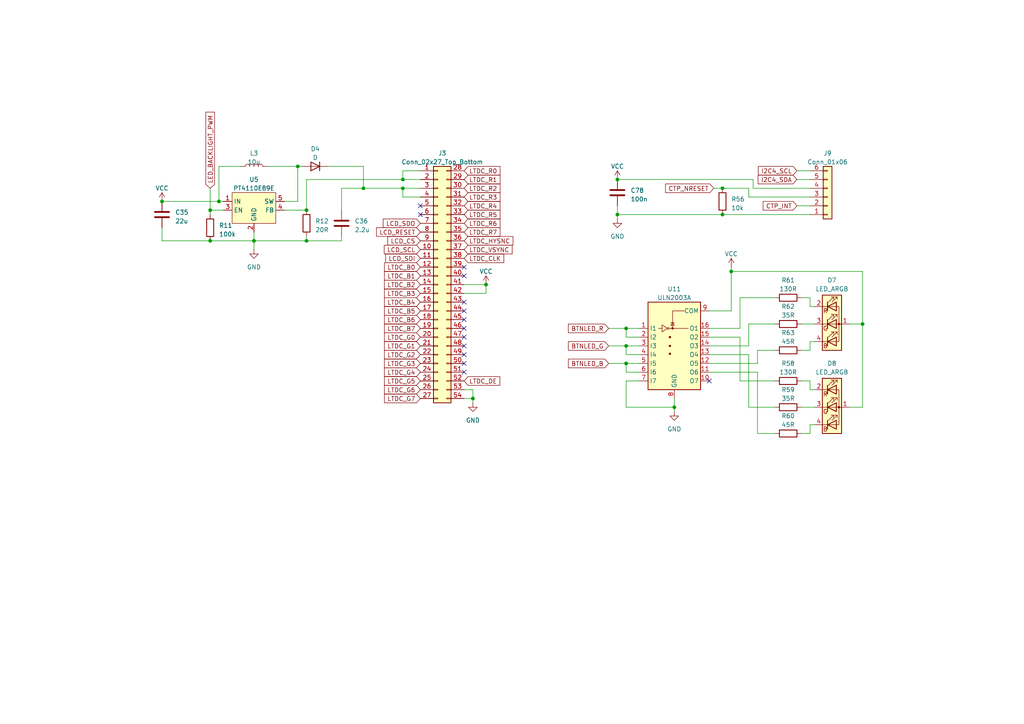
<source format=kicad_sch>
(kicad_sch (version 20231120) (generator "eeschema") (generator_version "8.0")
  (paper "A4")
  (lib_symbols
    (symbol "Connector_Generic:Conn_01x06" (pin_names (offset 1.016) hide)
      (property "Reference" "J" (at 0 7.62 0))
      (property "Value" "Conn_01x06" (at 0 -10.16 0))
      (symbol "Conn_01x06_1_1"
        (rectangle (start -1.27 -7.493) (end 0 -7.747) (stroke (width 0.1524)))
        (rectangle (start -1.27 -4.953) (end 0 -5.207) (stroke (width 0.1524)))
        (rectangle (start -1.27 -2.413) (end 0 -2.667) (stroke (width 0.1524)))
        (rectangle (start -1.27 0.127) (end 0 -0.127) (stroke (width 0.1524)))
        (rectangle (start -1.27 2.667) (end 0 2.413) (stroke (width 0.1524)))
        (rectangle (start -1.27 5.207) (end 0 4.953) (stroke (width 0.1524)))
        (rectangle (start -1.27 6.35) (end 1.27 -8.89) (stroke (width 0.254)) (fill (type background)))
        (pin passive line (at -5.08 5.08 0) (length 3.81) (name "Pin_1") (number "1"))
        (pin passive line (at -5.08 2.54 0) (length 3.81) (name "Pin_2") (number "2"))
        (pin passive line (at -5.08 0 0) (length 3.81) (name "Pin_3") (number "3"))
        (pin passive line (at -5.08 -2.54 0) (length 3.81) (name "Pin_4") (number "4"))
        (pin passive line (at -5.08 -5.08 0) (length 3.81) (name "Pin_5") (number "5"))
        (pin passive line (at -5.08 -7.62 0) (length 3.81) (name "Pin_6") (number "6"))
      )
    )
    (symbol "Connector_Generic:Conn_02x27_Top_Bottom" (pin_names (offset 1.016) hide)
      (property "Reference" "J" (at 1.27 35.56 0))
      (property "Value" "Conn_02x27_Top_Bottom" (at 1.27 -35.56 0))
      (symbol "Conn_02x27_Top_Bottom_1_1"
        (rectangle (start -1.27 -32.893) (end 0 -33.147) (stroke (width 0.1524)))
        (rectangle (start -1.27 -30.353) (end 0 -30.607) (stroke (width 0.1524)))
        (rectangle (start -1.27 -27.813) (end 0 -28.067) (stroke (width 0.1524)))
        (rectangle (start -1.27 -25.273) (end 0 -25.527) (stroke (width 0.1524)))
        (rectangle (start -1.27 -22.733) (end 0 -22.987) (stroke (width 0.1524)))
        (rectangle (start -1.27 -20.193) (end 0 -20.447) (stroke (width 0.1524)))
        (rectangle (start -1.27 -17.653) (end 0 -17.907) (stroke (width 0.1524)))
        (rectangle (start -1.27 -15.113) (end 0 -15.367) (stroke (width 0.1524)))
        (rectangle (start -1.27 -12.573) (end 0 -12.827) (stroke (width 0.1524)))
        (rectangle (start -1.27 -10.033) (end 0 -10.287) (stroke (width 0.1524)))
        (rectangle (start -1.27 -7.493) (end 0 -7.747) (stroke (width 0.1524)))
        (rectangle (start -1.27 -4.953) (end 0 -5.207) (stroke (width 0.1524)))
        (rectangle (start -1.27 -2.413) (end 0 -2.667) (stroke (width 0.1524)))
        (rectangle (start -1.27 0.127) (end 0 -0.127) (stroke (width 0.1524)))
        (rectangle (start -1.27 2.667) (end 0 2.413) (stroke (width 0.1524)))
        (rectangle (start -1.27 5.207) (end 0 4.953) (stroke (width 0.1524)))
        (rectangle (start -1.27 7.747) (end 0 7.493) (stroke (width 0.1524)))
        (rectangle (start -1.27 10.287) (end 0 10.033) (stroke (width 0.1524)))
        (rectangle (start -1.27 12.827) (end 0 12.573) (stroke (width 0.1524)))
        (rectangle (start -1.27 15.367) (end 0 15.113) (stroke (width 0.1524)))
        (rectangle (start -1.27 17.907) (end 0 17.653) (stroke (width 0.1524)))
        (rectangle (start -1.27 20.447) (end 0 20.193) (stroke (width 0.1524)))
        (rectangle (start -1.27 22.987) (end 0 22.733) (stroke (width 0.1524)))
        (rectangle (start -1.27 25.527) (end 0 25.273) (stroke (width 0.1524)))
        (rectangle (start -1.27 28.067) (end 0 27.813) (stroke (width 0.1524)))
        (rectangle (start -1.27 30.607) (end 0 30.353) (stroke (width 0.1524)))
        (rectangle (start -1.27 33.147) (end 0 32.893) (stroke (width 0.1524)))
        (rectangle (start -1.27 34.29) (end 3.81 -34.29) (stroke (width 0.254)) (fill (type background)))
        (rectangle (start 3.81 -32.893) (end 2.54 -33.147) (stroke (width 0.1524)))
        (rectangle (start 3.81 -30.353) (end 2.54 -30.607) (stroke (width 0.1524)))
        (rectangle (start 3.81 -27.813) (end 2.54 -28.067) (stroke (width 0.1524)))
        (rectangle (start 3.81 -25.273) (end 2.54 -25.527) (stroke (width 0.1524)))
        (rectangle (start 3.81 -22.733) (end 2.54 -22.987) (stroke (width 0.1524)))
        (rectangle (start 3.81 -20.193) (end 2.54 -20.447) (stroke (width 0.1524)))
        (rectangle (start 3.81 -17.653) (end 2.54 -17.907) (stroke (width 0.1524)))
        (rectangle (start 3.81 -15.113) (end 2.54 -15.367) (stroke (width 0.1524)))
        (rectangle (start 3.81 -12.573) (end 2.54 -12.827) (stroke (width 0.1524)))
        (rectangle (start 3.81 -10.033) (end 2.54 -10.287) (stroke (width 0.1524)))
        (rectangle (start 3.81 -7.493) (end 2.54 -7.747) (stroke (width 0.1524)))
        (rectangle (start 3.81 -4.953) (end 2.54 -5.207) (stroke (width 0.1524)))
        (rectangle (start 3.81 -2.413) (end 2.54 -2.667) (stroke (width 0.1524)))
        (rectangle (start 3.81 0.127) (end 2.54 -0.127) (stroke (width 0.1524)))
        (rectangle (start 3.81 2.667) (end 2.54 2.413) (stroke (width 0.1524)))
        (rectangle (start 3.81 5.207) (end 2.54 4.953) (stroke (width 0.1524)))
        (rectangle (start 3.81 7.747) (end 2.54 7.493) (stroke (width 0.1524)))
        (rectangle (start 3.81 10.287) (end 2.54 10.033) (stroke (width 0.1524)))
        (rectangle (start 3.81 12.827) (end 2.54 12.573) (stroke (width 0.1524)))
        (rectangle (start 3.81 15.367) (end 2.54 15.113) (stroke (width 0.1524)))
        (rectangle (start 3.81 17.907) (end 2.54 17.653) (stroke (width 0.1524)))
        (rectangle (start 3.81 20.447) (end 2.54 20.193) (stroke (width 0.1524)))
        (rectangle (start 3.81 22.987) (end 2.54 22.733) (stroke (width 0.1524)))
        (rectangle (start 3.81 25.527) (end 2.54 25.273) (stroke (width 0.1524)))
        (rectangle (start 3.81 28.067) (end 2.54 27.813) (stroke (width 0.1524)))
        (rectangle (start 3.81 30.607) (end 2.54 30.353) (stroke (width 0.1524)))
        (rectangle (start 3.81 33.147) (end 2.54 32.893) (stroke (width 0.1524)))
        (pin passive line (at -5.08 33.02 0) (length 3.81) (name "Pin_1") (number "1"))
        (pin passive line (at -5.08 10.16 0) (length 3.81) (name "Pin_10") (number "10"))
        (pin passive line (at -5.08 7.62 0) (length 3.81) (name "Pin_11") (number "11"))
        (pin passive line (at -5.08 5.08 0) (length 3.81) (name "Pin_12") (number "12"))
        (pin passive line (at -5.08 2.54 0) (length 3.81) (name "Pin_13") (number "13"))
        (pin passive line (at -5.08 0 0) (length 3.81) (name "Pin_14") (number "14"))
        (pin passive line (at -5.08 -2.54 0) (length 3.81) (name "Pin_15") (number "15"))
        (pin passive line (at -5.08 -5.08 0) (length 3.81) (name "Pin_16") (number "16"))
        (pin passive line (at -5.08 -7.62 0) (length 3.81) (name "Pin_17") (number "17"))
        (pin passive line (at -5.08 -10.16 0) (length 3.81) (name "Pin_18") (number "18"))
        (pin passive line (at -5.08 -12.7 0) (length 3.81) (name "Pin_19") (number "19"))
        (pin passive line (at -5.08 30.48 0) (length 3.81) (name "Pin_2") (number "2"))
        (pin passive line (at -5.08 -15.24 0) (length 3.81) (name "Pin_20") (number "20"))
        (pin passive line (at -5.08 -17.78 0) (length 3.81) (name "Pin_21") (number "21"))
        (pin passive line (at -5.08 -20.32 0) (length 3.81) (name "Pin_22") (number "22"))
        (pin passive line (at -5.08 -22.86 0) (length 3.81) (name "Pin_23") (number "23"))
        (pin passive line (at -5.08 -25.4 0) (length 3.81) (name "Pin_24") (number "24"))
        (pin passive line (at -5.08 -27.94 0) (length 3.81) (name "Pin_25") (number "25"))
        (pin passive line (at -5.08 -30.48 0) (length 3.81) (name "Pin_26") (number "26"))
        (pin passive line (at -5.08 -33.02 0) (length 3.81) (name "Pin_27") (number "27"))
        (pin passive line (at 7.62 33.02 180) (length 3.81) (name "Pin_28") (number "28"))
        (pin passive line (at 7.62 30.48 180) (length 3.81) (name "Pin_29") (number "29"))
        (pin passive line (at -5.08 27.94 0) (length 3.81) (name "Pin_3") (number "3"))
        (pin passive line (at 7.62 27.94 180) (length 3.81) (name "Pin_30") (number "30"))
        (pin passive line (at 7.62 25.4 180) (length 3.81) (name "Pin_31") (number "31"))
        (pin passive line (at 7.62 22.86 180) (length 3.81) (name "Pin_32") (number "32"))
        (pin passive line (at 7.62 20.32 180) (length 3.81) (name "Pin_33") (number "33"))
        (pin passive line (at 7.62 17.78 180) (length 3.81) (name "Pin_34") (number "34"))
        (pin passive line (at 7.62 15.24 180) (length 3.81) (name "Pin_35") (number "35"))
        (pin passive line (at 7.62 12.7 180) (length 3.81) (name "Pin_36") (number "36"))
        (pin passive line (at 7.62 10.16 180) (length 3.81) (name "Pin_37") (number "37"))
        (pin passive line (at 7.62 7.62 180) (length 3.81) (name "Pin_38") (number "38"))
        (pin passive line (at 7.62 5.08 180) (length 3.81) (name "Pin_39") (number "39"))
        (pin passive line (at -5.08 25.4 0) (length 3.81) (name "Pin_4") (number "4"))
        (pin passive line (at 7.62 2.54 180) (length 3.81) (name "Pin_40") (number "40"))
        (pin passive line (at 7.62 0 180) (length 3.81) (name "Pin_41") (number "41"))
        (pin passive line (at 7.62 -2.54 180) (length 3.81) (name "Pin_42") (number "42"))
        (pin passive line (at 7.62 -5.08 180) (length 3.81) (name "Pin_43") (number "43"))
        (pin passive line (at 7.62 -7.62 180) (length 3.81) (name "Pin_44") (number "44"))
        (pin passive line (at 7.62 -10.16 180) (length 3.81) (name "Pin_45") (number "45"))
        (pin passive line (at 7.62 -12.7 180) (length 3.81) (name "Pin_46") (number "46"))
        (pin passive line (at 7.62 -15.24 180) (length 3.81) (name "Pin_47") (number "47"))
        (pin passive line (at 7.62 -17.78 180) (length 3.81) (name "Pin_48") (number "48"))
        (pin passive line (at 7.62 -20.32 180) (length 3.81) (name "Pin_49") (number "49"))
        (pin passive line (at -5.08 22.86 0) (length 3.81) (name "Pin_5") (number "5"))
        (pin passive line (at 7.62 -22.86 180) (length 3.81) (name "Pin_50") (number "50"))
        (pin passive line (at 7.62 -25.4 180) (length 3.81) (name "Pin_51") (number "51"))
        (pin passive line (at 7.62 -27.94 180) (length 3.81) (name "Pin_52") (number "52"))
        (pin passive line (at 7.62 -30.48 180) (length 3.81) (name "Pin_53") (number "53"))
        (pin passive line (at 7.62 -33.02 180) (length 3.81) (name "Pin_54") (number "54"))
        (pin passive line (at -5.08 20.32 0) (length 3.81) (name "Pin_6") (number "6"))
        (pin passive line (at -5.08 17.78 0) (length 3.81) (name "Pin_7") (number "7"))
        (pin passive line (at -5.08 15.24 0) (length 3.81) (name "Pin_8") (number "8"))
        (pin passive line (at -5.08 12.7 0) (length 3.81) (name "Pin_9") (number "9"))
      )
    )
    (symbol "Device:C" (pin_numbers hide) (pin_names (offset 0.254))
      (property "Reference" "C" (at 0.635 2.54 0))
      (property "Value" "C" (at 0.635 -2.54 0))
      (symbol "C_0_1"
        (polyline (pts (xy -2.032 -0.762) (xy 2.032 -0.762)) (stroke (width 0.508)))
        (polyline (pts (xy -2.032 0.762) (xy 2.032 0.762)) (stroke (width 0.508)))
      )
      (symbol "C_1_1"
        (pin passive line (at 0 3.81 270) (length 2.794) (name "~") (number "1"))
        (pin passive line (at 0 -3.81 90) (length 2.794) (name "~") (number "2"))
      )
    )
    (symbol "Device:D" (pin_numbers hide) (pin_names (offset 1.016) hide)
      (property "Reference" "D" (at 0 2.54 0))
      (property "Value" "D" (at 0 -2.54 0))
      (symbol "D_0_1"
        (polyline (pts (xy -1.27 1.27) (xy -1.27 -1.27)) (stroke (width 0.254)))
        (polyline (pts (xy 1.27 0) (xy -1.27 0)))
        (polyline (pts (xy 1.27 1.27) (xy 1.27 -1.27) (xy -1.27 0) (xy 1.27 1.27)) (stroke (width 0.254)))
      )
      (symbol "D_1_1"
        (pin passive line (at -3.81 0 0) (length 2.54) (name "K") (number "1"))
        (pin passive line (at 3.81 0 180) (length 2.54) (name "A") (number "2"))
      )
    )
    (symbol "Device:L" (pin_numbers hide) (pin_names (offset 1.016) hide)
      (property "Reference" "L" (at -1.27 0 90))
      (property "Value" "L" (at 1.905 0 90))
      (symbol "L_0_1"
        (arc (start 0 -2.54) (mid 0.6323 -1.905) (end 0 -1.27))
        (arc (start 0 -1.27) (mid 0.6323 -0.635) (end 0 0))
        (arc (start 0 0) (mid 0.6323 0.635) (end 0 1.27))
        (arc (start 0 1.27) (mid 0.6323 1.905) (end 0 2.54))
      )
      (symbol "L_1_1"
        (pin passive line (at 0 3.81 270) (length 1.27) (name "1") (number "1"))
        (pin passive line (at 0 -3.81 90) (length 1.27) (name "2") (number "2"))
      )
    )
    (symbol "Device:LED_ARGB" (pin_names (offset 0) hide)
      (property "Reference" "D" (at 0 9.398 0))
      (property "Value" "LED_ARGB" (at 0 -8.89 0))
      (symbol "LED_ARGB_0_0"
        (text "B" (at -1.905 -6.35 0) (effects (font (size 1.27 1.27))))
        (text "G" (at -1.905 -1.27 0) (effects (font (size 1.27 1.27))))
        (text "R" (at -1.905 3.81 0) (effects (font (size 1.27 1.27))))
      )
      (symbol "LED_ARGB_0_1"
        (polyline (pts (xy -1.27 -5.08) (xy -2.54 -5.08)))
        (polyline (pts (xy -1.27 -5.08) (xy 1.27 -5.08)))
        (polyline (pts (xy -1.27 -3.81) (xy -1.27 -6.35)) (stroke (width 0.254)))
        (polyline (pts (xy -1.27 0) (xy -2.54 0)))
        (polyline (pts (xy -1.27 1.27) (xy -1.27 -1.27)) (stroke (width 0.254)))
        (polyline (pts (xy -1.27 5.08) (xy -2.54 5.08)))
        (polyline (pts (xy -1.27 5.08) (xy 1.27 5.08)))
        (polyline (pts (xy -1.27 6.35) (xy -1.27 3.81)) (stroke (width 0.254)))
        (polyline (pts (xy 1.27 0) (xy -1.27 0)))
        (polyline (pts (xy 1.27 0) (xy 2.54 0)))
        (polyline (pts (xy -1.27 1.27) (xy -1.27 -1.27) (xy -1.27 -1.27)))
        (polyline (pts (xy -1.27 6.35) (xy -1.27 3.81) (xy -1.27 3.81)))
        (polyline (pts (xy 1.27 -5.08) (xy 2.032 -5.08) (xy 2.032 5.08) (xy 1.27 5.08)))
        (polyline (pts (xy 1.27 -3.81) (xy 1.27 -6.35) (xy -1.27 -5.08) (xy 1.27 -3.81)) (stroke (width 0.254)))
        (polyline (pts (xy 1.27 1.27) (xy 1.27 -1.27) (xy -1.27 0) (xy 1.27 1.27)) (stroke (width 0.254)))
        (polyline (pts (xy 1.27 6.35) (xy 1.27 3.81) (xy -1.27 5.08) (xy 1.27 6.35)) (stroke (width 0.254)))
        (polyline (pts (xy -1.016 -3.81) (xy 0.508 -2.286) (xy -0.254 -2.286) (xy 0.508 -2.286) (xy 0.508 -3.048)))
        (polyline (pts (xy -1.016 1.27) (xy 0.508 2.794) (xy -0.254 2.794) (xy 0.508 2.794) (xy 0.508 2.032)))
        (polyline (pts (xy -1.016 6.35) (xy 0.508 7.874) (xy -0.254 7.874) (xy 0.508 7.874) (xy 0.508 7.112)))
        (polyline (pts (xy 0 -3.81) (xy 1.524 -2.286) (xy 0.762 -2.286) (xy 1.524 -2.286) (xy 1.524 -3.048)))
        (polyline (pts (xy 0 1.27) (xy 1.524 2.794) (xy 0.762 2.794) (xy 1.524 2.794) (xy 1.524 2.032)))
        (polyline (pts (xy 0 6.35) (xy 1.524 7.874) (xy 0.762 7.874) (xy 1.524 7.874) (xy 1.524 7.112)))
        (rectangle (start 1.27 -1.27) (end 1.27 1.27))
        (rectangle (start 1.27 1.27) (end 1.27 1.27))
        (rectangle (start 1.27 3.81) (end 1.27 6.35))
        (rectangle (start 1.27 6.35) (end 1.27 6.35))
        (circle (center 2.032 0) (radius 0.254) (fill (type outline)))
        (rectangle (start 2.794 8.382) (end -2.794 -7.62) (stroke (width 0.254)) (fill (type background)))
      )
      (symbol "LED_ARGB_1_1"
        (pin passive line (at 5.08 0 180) (length 2.54) (name "A") (number "1"))
        (pin passive line (at -5.08 5.08 0) (length 2.54) (name "RK") (number "2"))
        (pin passive line (at -5.08 0 0) (length 2.54) (name "GK") (number "3"))
        (pin passive line (at -5.08 -5.08 0) (length 2.54) (name "BK") (number "4"))
      )
    )
    (symbol "Device:R" (pin_numbers hide) (pin_names (offset 0))
      (property "Reference" "R" (at 2.032 0 90))
      (property "Value" "R" (at 0 0 90))
      (symbol "R_0_1"
        (rectangle (start -1.016 -2.54) (end 1.016 2.54) (stroke (width 0.254)))
      )
      (symbol "R_1_1"
        (pin passive line (at 0 3.81 270) (length 1.27) (name "~") (number "1"))
        (pin passive line (at 0 -3.81 90) (length 1.27) (name "~") (number "2"))
      )
    )
    (symbol "Transistor_Array:ULN2003A"
      (property "Reference" "U" (at 0 15.875 0))
      (property "Value" "ULN2003A" (at 0 13.97 0))
      (symbol "ULN2003A_0_1"
        (rectangle (start -7.62 -12.7) (end 7.62 12.7) (stroke (width 0.254)) (fill (type background)))
        (circle (center -1.778 5.08) (radius 0.254))
        (circle (center -1.27 -2.286) (radius 0.254) (fill (type outline)))
        (circle (center -1.27 0) (radius 0.254) (fill (type outline)))
        (circle (center -1.27 2.54) (radius 0.254) (fill (type outline)))
        (circle (center -0.508 5.08) (radius 0.254) (fill (type outline)))
        (polyline (pts (xy -4.572 5.08) (xy -3.556 5.08)))
        (polyline (pts (xy -1.524 5.08) (xy 4.064 5.08)))
        (polyline (pts (xy 0 6.731) (xy -1.016 6.731)))
        (polyline (pts (xy -0.508 5.08) (xy -0.508 10.16) (xy 2.921 10.16)))
        (polyline (pts (xy -3.556 6.096) (xy -3.556 4.064) (xy -2.032 5.08) (xy -3.556 6.096)))
        (polyline (pts (xy 0 5.969) (xy -1.016 5.969) (xy -0.508 6.731) (xy 0 5.969)))
      )
      (symbol "ULN2003A_1_1"
        (pin input line (at -10.16 5.08 0) (length 2.54) (name "I1") (number "1"))
        (pin open_collector line (at 10.16 -10.16 180) (length 2.54) (name "O7") (number "10"))
        (pin open_collector line (at 10.16 -7.62 180) (length 2.54) (name "O6") (number "11"))
        (pin open_collector line (at 10.16 -5.08 180) (length 2.54) (name "O5") (number "12"))
        (pin open_collector line (at 10.16 -2.54 180) (length 2.54) (name "O4") (number "13"))
        (pin open_collector line (at 10.16 0 180) (length 2.54) (name "O3") (number "14"))
        (pin open_collector line (at 10.16 2.54 180) (length 2.54) (name "O2") (number "15"))
        (pin open_collector line (at 10.16 5.08 180) (length 2.54) (name "O1") (number "16"))
        (pin input line (at -10.16 2.54 0) (length 2.54) (name "I2") (number "2"))
        (pin input line (at -10.16 0 0) (length 2.54) (name "I3") (number "3"))
        (pin input line (at -10.16 -2.54 0) (length 2.54) (name "I4") (number "4"))
        (pin input line (at -10.16 -5.08 0) (length 2.54) (name "I5") (number "5"))
        (pin input line (at -10.16 -7.62 0) (length 2.54) (name "I6") (number "6"))
        (pin input line (at -10.16 -10.16 0) (length 2.54) (name "I7") (number "7"))
        (pin power_in line (at 0 -15.24 90) (length 2.54) (name "GND") (number "8"))
        (pin passive line (at 10.16 10.16 180) (length 2.54) (name "COM") (number "9"))
      )
    )
    (symbol "gk-syms:PT4110"
      (property "Reference" "U" (at 0 2.54 0))
      (property "Value" "PT4110E89E" (at 0 0 0))
      (symbol "PT4110_1_1"
        (rectangle (start -6.35 -2.54) (end 6.35 -11.43) (fill (type background)))
        (pin power_in line (at -8.89 -5.08 0) (length 2.54) (name "IN") (number "1"))
        (pin power_in line (at 0 -13.97 90) (length 2.54) (name "GND") (number "2"))
        (pin input line (at -8.89 -7.62 0) (length 2.54) (name "EN") (number "3"))
        (pin input line (at 8.89 -7.62 180) (length 2.54) (name "FB") (number "4"))
        (pin power_out line (at 8.89 -5.08 180) (length 2.54) (name "SW") (number "5"))
      )
    )
    (symbol "power:GND" (power) (pin_names (offset 0))
      (property "Value" "GND" (at 0 -3.81 0))
      (symbol "GND_0_1"
        (polyline (pts (xy 0 0) (xy 0 -1.27) (xy 1.27 -1.27) (xy 0 -2.54) (xy -1.27 -1.27) (xy 0 -1.27)))
      )
      (symbol "GND_1_1"
        (pin power_in line (at 0 0 270) (length 0) hide (name "GND") (number "1"))
      )
    )
    (symbol "power:VCC" (power) (pin_names (offset 0))
      (property "Value" "VCC" (at 0 3.81 0))
      (symbol "VCC_0_1"
        (polyline (pts (xy -0.762 1.27) (xy 0 2.54)))
        (polyline (pts (xy 0 0) (xy 0 2.54)))
        (polyline (pts (xy 0 2.54) (xy 0.762 1.27)))
      )
      (symbol "VCC_1_1"
        (pin power_in line (at 0 0 90) (length 0) hide (name "VCC") (number "1"))
      )
    )
  )
  (junction (at 60.96 60.96))
  (junction (at 181.61 100.33))
  (junction (at 137.16 115.57))
  (junction (at 105.41 54.61))
  (junction (at 209.55 62.23))
  (junction (at 179.07 52.07))
  (junction (at 140.97 82.55))
  (junction (at 73.66 69.85))
  (junction (at 60.96 69.85))
  (junction (at 116.84 52.07))
  (junction (at 88.9 69.85))
  (junction (at 63.5 58.42))
  (junction (at 250.19 93.98))
  (junction (at 86.36 48.26))
  (junction (at 116.84 54.61))
  (junction (at 88.9 60.96))
  (junction (at 179.07 62.23))
  (junction (at 181.61 95.25))
  (junction (at 46.99 58.42))
  (junction (at 209.55 54.61))
  (junction (at 212.09 78.74))
  (junction (at 181.61 105.41))
  (junction (at 195.58 118.11))
  (no_connect (at 134.62 102.87))
  (no_connect (at 134.62 105.41))
  (no_connect (at 134.62 100.33))
  (no_connect (at 134.62 92.71))
  (no_connect (at 134.62 107.95))
  (no_connect (at 121.92 62.23))
  (no_connect (at 121.92 59.69))
  (no_connect (at 134.62 80.01))
  (no_connect (at 134.62 87.63))
  (no_connect (at 134.62 77.47))
  (no_connect (at 134.62 90.17))
  (no_connect (at 134.62 95.25))
  (no_connect (at 205.74 110.49))
  (no_connect (at 134.62 97.79))
  (wire (pts (xy 195.58 119.38) (xy 195.58 118.11)))
  (wire (pts (xy 46.99 66.04) (xy 46.99 69.85)))
  (wire (pts (xy 209.55 62.23) (xy 234.95 62.23)))
  (wire (pts (xy 232.41 93.98) (xy 236.22 93.98)))
  (wire (pts (xy 116.84 54.61) (xy 116.84 57.15)))
  (wire (pts (xy 63.5 58.42) (xy 63.5 48.26)))
  (wire (pts (xy 134.62 113.03) (xy 137.16 113.03)))
  (wire (pts (xy 99.06 69.85) (xy 99.06 68.58)))
  (wire (pts (xy 60.96 60.96) (xy 60.96 62.23)))
  (wire (pts (xy 181.61 110.49) (xy 185.42 110.49)))
  (wire (pts (xy 250.19 78.74) (xy 212.09 78.74)))
  (wire (pts (xy 212.09 90.17) (xy 205.74 90.17)))
  (wire (pts (xy 250.19 93.98) (xy 250.19 78.74)))
  (wire (pts (xy 73.66 69.85) (xy 73.66 67.31)))
  (wire (pts (xy 86.36 58.42) (xy 86.36 48.26)))
  (wire (pts (xy 217.17 54.61) (xy 217.17 57.15)))
  (wire (pts (xy 205.74 97.79) (xy 214.63 97.79)))
  (wire (pts (xy 234.95 125.73) (xy 234.95 123.19)))
  (wire (pts (xy 207.01 54.61) (xy 209.55 54.61)))
  (wire (pts (xy 105.41 48.26) (xy 105.41 54.61)))
  (wire (pts (xy 134.62 85.09) (xy 140.97 85.09)))
  (wire (pts (xy 181.61 100.33) (xy 185.42 100.33)))
  (wire (pts (xy 217.17 118.11) (xy 217.17 102.87)))
  (wire (pts (xy 86.36 48.26) (xy 77.47 48.26)))
  (wire (pts (xy 73.66 69.85) (xy 88.9 69.85)))
  (wire (pts (xy 179.07 62.23) (xy 179.07 59.69)))
  (wire (pts (xy 181.61 102.87) (xy 185.42 102.87)))
  (wire (pts (xy 82.55 58.42) (xy 86.36 58.42)))
  (wire (pts (xy 217.17 100.33) (xy 205.74 100.33)))
  (wire (pts (xy 181.61 100.33) (xy 181.61 102.87)))
  (wire (pts (xy 121.92 52.07) (xy 116.84 52.07)))
  (wire (pts (xy 212.09 78.74) (xy 212.09 90.17)))
  (wire (pts (xy 116.84 52.07) (xy 88.9 52.07)))
  (wire (pts (xy 214.63 86.36) (xy 214.63 95.25)))
  (wire (pts (xy 88.9 52.07) (xy 88.9 60.96)))
  (wire (pts (xy 60.96 54.61) (xy 60.96 60.96)))
  (wire (pts (xy 232.41 125.73) (xy 234.95 125.73)))
  (wire (pts (xy 181.61 105.41) (xy 185.42 105.41)))
  (wire (pts (xy 140.97 85.09) (xy 140.97 82.55)))
  (wire (pts (xy 234.95 88.9) (xy 236.22 88.9)))
  (wire (pts (xy 60.96 60.96) (xy 64.77 60.96)))
  (wire (pts (xy 181.61 118.11) (xy 181.61 110.49)))
  (wire (pts (xy 224.79 125.73) (xy 219.71 125.73)))
  (wire (pts (xy 234.95 99.06) (xy 236.22 99.06)))
  (wire (pts (xy 176.53 105.41) (xy 181.61 105.41)))
  (wire (pts (xy 234.95 113.03) (xy 236.22 113.03)))
  (wire (pts (xy 179.07 63.5) (xy 179.07 62.23)))
  (wire (pts (xy 181.61 95.25) (xy 181.61 97.79)))
  (wire (pts (xy 105.41 54.61) (xy 116.84 54.61)))
  (wire (pts (xy 195.58 118.11) (xy 195.58 115.57)))
  (wire (pts (xy 181.61 95.25) (xy 185.42 95.25)))
  (wire (pts (xy 246.38 118.11) (xy 250.19 118.11)))
  (wire (pts (xy 116.84 54.61) (xy 121.92 54.61)))
  (wire (pts (xy 217.17 57.15) (xy 234.95 57.15)))
  (wire (pts (xy 232.41 110.49) (xy 234.95 110.49)))
  (wire (pts (xy 224.79 93.98) (xy 217.17 93.98)))
  (wire (pts (xy 231.14 52.07) (xy 234.95 52.07)))
  (wire (pts (xy 231.14 59.69) (xy 234.95 59.69)))
  (wire (pts (xy 224.79 86.36) (xy 214.63 86.36)))
  (wire (pts (xy 195.58 118.11) (xy 181.61 118.11)))
  (wire (pts (xy 234.95 110.49) (xy 234.95 113.03)))
  (wire (pts (xy 214.63 110.49) (xy 224.79 110.49)))
  (wire (pts (xy 218.44 54.61) (xy 218.44 52.07)))
  (wire (pts (xy 121.92 49.53) (xy 116.84 49.53)))
  (wire (pts (xy 134.62 82.55) (xy 140.97 82.55)))
  (wire (pts (xy 218.44 52.07) (xy 179.07 52.07)))
  (wire (pts (xy 60.96 69.85) (xy 73.66 69.85)))
  (wire (pts (xy 116.84 49.53) (xy 116.84 52.07)))
  (wire (pts (xy 116.84 57.15) (xy 121.92 57.15)))
  (wire (pts (xy 219.71 107.95) (xy 205.74 107.95)))
  (wire (pts (xy 214.63 97.79) (xy 214.63 110.49)))
  (wire (pts (xy 217.17 102.87) (xy 205.74 102.87)))
  (wire (pts (xy 250.19 118.11) (xy 250.19 93.98)))
  (wire (pts (xy 181.61 105.41) (xy 181.61 107.95)))
  (wire (pts (xy 99.06 54.61) (xy 99.06 60.96)))
  (wire (pts (xy 95.25 48.26) (xy 105.41 48.26)))
  (wire (pts (xy 46.99 58.42) (xy 63.5 58.42)))
  (wire (pts (xy 214.63 95.25) (xy 205.74 95.25)))
  (wire (pts (xy 231.14 49.53) (xy 234.95 49.53)))
  (wire (pts (xy 88.9 60.96) (xy 82.55 60.96)))
  (wire (pts (xy 232.41 101.6) (xy 234.95 101.6)))
  (wire (pts (xy 73.66 69.85) (xy 73.66 72.39)))
  (wire (pts (xy 205.74 105.41) (xy 219.71 105.41)))
  (wire (pts (xy 232.41 86.36) (xy 234.95 86.36)))
  (wire (pts (xy 137.16 115.57) (xy 137.16 116.84)))
  (wire (pts (xy 234.95 101.6) (xy 234.95 99.06)))
  (wire (pts (xy 63.5 48.26) (xy 69.85 48.26)))
  (wire (pts (xy 181.61 107.95) (xy 185.42 107.95)))
  (wire (pts (xy 218.44 54.61) (xy 234.95 54.61)))
  (wire (pts (xy 234.95 86.36) (xy 234.95 88.9)))
  (wire (pts (xy 217.17 93.98) (xy 217.17 100.33)))
  (wire (pts (xy 176.53 100.33) (xy 181.61 100.33)))
  (wire (pts (xy 134.62 115.57) (xy 137.16 115.57)))
  (wire (pts (xy 176.53 95.25) (xy 181.61 95.25)))
  (wire (pts (xy 224.79 101.6) (xy 219.71 101.6)))
  (wire (pts (xy 88.9 69.85) (xy 99.06 69.85)))
  (wire (pts (xy 86.36 48.26) (xy 87.63 48.26)))
  (wire (pts (xy 219.71 125.73) (xy 219.71 107.95)))
  (wire (pts (xy 46.99 69.85) (xy 60.96 69.85)))
  (wire (pts (xy 88.9 69.85) (xy 88.9 68.58)))
  (wire (pts (xy 181.61 97.79) (xy 185.42 97.79)))
  (wire (pts (xy 212.09 77.47) (xy 212.09 78.74)))
  (wire (pts (xy 219.71 101.6) (xy 219.71 105.41)))
  (wire (pts (xy 179.07 62.23) (xy 209.55 62.23)))
  (wire (pts (xy 224.79 118.11) (xy 217.17 118.11)))
  (wire (pts (xy 232.41 118.11) (xy 236.22 118.11)))
  (wire (pts (xy 63.5 58.42) (xy 64.77 58.42)))
  (wire (pts (xy 234.95 123.19) (xy 236.22 123.19)))
  (wire (pts (xy 209.55 54.61) (xy 217.17 54.61)))
  (wire (pts (xy 105.41 54.61) (xy 99.06 54.61)))
  (wire (pts (xy 246.38 93.98) (xy 250.19 93.98)))
  (wire (pts (xy 137.16 113.03) (xy 137.16 115.57)))
  (global_label "LTDC_G7" (shape input) (at 121.92 115.57 180) (property "Intersheetrefs" "${INTERSHEET_REFS}" (effects (hide yes))))
  (global_label "LTDC_R1" (shape input) (at 134.62 52.07 0) (property "Intersheetrefs" "${INTERSHEET_REFS}" (effects (hide yes))))
  (global_label "LTDC_VSYNC" (shape input) (at 134.62 72.39 0) (property "Intersheetrefs" "${INTERSHEET_REFS}" (effects (hide yes))))
  (global_label "LTDC_G6" (shape input) (at 121.92 113.03 180) (property "Intersheetrefs" "${INTERSHEET_REFS}" (effects (hide yes))))
  (global_label "LTDC_R7" (shape input) (at 134.62 67.31 0) (property "Intersheetrefs" "${INTERSHEET_REFS}" (effects (hide yes))))
  (global_label "LTDC_B1" (shape input) (at 121.92 80.01 180) (property "Intersheetrefs" "${INTERSHEET_REFS}" (effects (hide yes))))
  (global_label "LTDC_B0" (shape input) (at 121.92 77.47 180) (property "Intersheetrefs" "${INTERSHEET_REFS}" (effects (hide yes))))
  (global_label "LTDC_R3" (shape input) (at 134.62 57.15 0) (property "Intersheetrefs" "${INTERSHEET_REFS}" (effects (hide yes))))
  (global_label "LTDC_G3" (shape input) (at 121.92 105.41 180) (property "Intersheetrefs" "${INTERSHEET_REFS}" (effects (hide yes))))
  (global_label "LTDC_B5" (shape input) (at 121.92 90.17 180) (property "Intersheetrefs" "${INTERSHEET_REFS}" (effects (hide yes))))
  (global_label "LTDC_G0" (shape input) (at 121.92 97.79 180) (property "Intersheetrefs" "${INTERSHEET_REFS}" (effects (hide yes))))
  (global_label "BTNLED_G" (shape input) (at 176.53 100.33 180) (property "Intersheetrefs" "${INTERSHEET_REFS}" (effects (hide yes))))
  (global_label "LTDC_G1" (shape input) (at 121.92 100.33 180) (property "Intersheetrefs" "${INTERSHEET_REFS}" (effects (hide yes))))
  (global_label "LTDC_DE" (shape input) (at 134.62 110.49 0) (property "Intersheetrefs" "${INTERSHEET_REFS}" (effects (hide yes))))
  (global_label "LTDC_G2" (shape input) (at 121.92 102.87 180) (property "Intersheetrefs" "${INTERSHEET_REFS}" (effects (hide yes))))
  (global_label "LTDC_R4" (shape input) (at 134.62 59.69 0) (property "Intersheetrefs" "${INTERSHEET_REFS}" (effects (hide yes))))
  (global_label "I2C4_SCL" (shape input) (at 231.14 49.53 180) (property "Intersheetrefs" "${INTERSHEET_REFS}" (effects (hide yes))))
  (global_label "LTDC_R0" (shape input) (at 134.62 49.53 0) (property "Intersheetrefs" "${INTERSHEET_REFS}" (effects (hide yes))))
  (global_label "LCD_RESET" (shape input) (at 121.92 67.31 180) (property "Intersheetrefs" "${INTERSHEET_REFS}" (effects (hide yes))))
  (global_label "LTDC_HYSNC" (shape input) (at 134.62 69.85 0) (property "Intersheetrefs" "${INTERSHEET_REFS}" (effects (hide yes))))
  (global_label "LCD_SCL" (shape input) (at 121.92 72.39 180) (property "Intersheetrefs" "${INTERSHEET_REFS}" (effects (hide yes))))
  (global_label "LED_BACKLIGHT_PWM" (shape input) (at 60.96 54.61 90) (property "Intersheetrefs" "${INTERSHEET_REFS}" (effects (hide yes))))
  (global_label "LTDC_B2" (shape input) (at 121.92 82.55 180) (property "Intersheetrefs" "${INTERSHEET_REFS}" (effects (hide yes))))
  (global_label "LTDC_B3" (shape input) (at 121.92 85.09 180) (property "Intersheetrefs" "${INTERSHEET_REFS}" (effects (hide yes))))
  (global_label "LTDC_B6" (shape input) (at 121.92 92.71 180) (property "Intersheetrefs" "${INTERSHEET_REFS}" (effects (hide yes))))
  (global_label "LTDC_R5" (shape input) (at 134.62 62.23 0) (property "Intersheetrefs" "${INTERSHEET_REFS}" (effects (hide yes))))
  (global_label "BTNLED_B" (shape input) (at 176.53 105.41 180) (property "Intersheetrefs" "${INTERSHEET_REFS}" (effects (hide yes))))
  (global_label "LTDC_CLK" (shape input) (at 134.62 74.93 0) (property "Intersheetrefs" "${INTERSHEET_REFS}" (effects (hide yes))))
  (global_label "LCD_CS" (shape input) (at 121.92 69.85 180) (property "Intersheetrefs" "${INTERSHEET_REFS}" (effects (hide yes))))
  (global_label "CTP_NRESET" (shape input) (at 207.01 54.61 180) (property "Intersheetrefs" "${INTERSHEET_REFS}" (effects (hide yes))))
  (global_label "LTDC_R2" (shape input) (at 134.62 54.61 0) (property "Intersheetrefs" "${INTERSHEET_REFS}" (effects (hide yes))))
  (global_label "LCD_SDI" (shape input) (at 121.92 74.93 180) (property "Intersheetrefs" "${INTERSHEET_REFS}" (effects (hide yes))))
  (global_label "LTDC_G4" (shape input) (at 121.92 107.95 180) (property "Intersheetrefs" "${INTERSHEET_REFS}" (effects (hide yes))))
  (global_label "I2C4_SDA" (shape input) (at 231.14 52.07 180) (property "Intersheetrefs" "${INTERSHEET_REFS}" (effects (hide yes))))
  (global_label "CTP_INT" (shape input) (at 231.14 59.69 180) (property "Intersheetrefs" "${INTERSHEET_REFS}" (effects (hide yes))))
  (global_label "LTDC_G5" (shape input) (at 121.92 110.49 180) (property "Intersheetrefs" "${INTERSHEET_REFS}" (effects (hide yes))))
  (global_label "BTNLED_R" (shape input) (at 176.53 95.25 180) (property "Intersheetrefs" "${INTERSHEET_REFS}" (effects (hide yes))))
  (global_label "LTDC_B7" (shape input) (at 121.92 95.25 180) (property "Intersheetrefs" "${INTERSHEET_REFS}" (effects (hide yes))))
  (global_label "LTDC_R6" (shape input) (at 134.62 64.77 0) (property "Intersheetrefs" "${INTERSHEET_REFS}" (effects (hide yes))))
  (global_label "LCD_SDO" (shape input) (at 121.92 64.77 180) (property "Intersheetrefs" "${INTERSHEET_REFS}" (effects (hide yes))))
  (global_label "LTDC_B4" (shape input) (at 121.92 87.63 180) (property "Intersheetrefs" "${INTERSHEET_REFS}" (effects (hide yes))))
  (symbol (lib_id "Device:R") (at 228.6 118.11 270) (unit 1)
    (property "Reference" "R59" (at 228.6 113.03 90))
    (property "Value" "35R" (at 228.6 115.57 90))
    (property "Footprint" "Resistor_SMD:R_0603_1608Metric" (effects (hide yes)))
  )
  (symbol (lib_id "Device:C") (at 179.07 55.88 0) (unit 1)
    (property "Reference" "C78" (at 182.88 55.245 0) (effects (justify left)))
    (property "Value" "100n" (at 182.88 57.785 0) (effects (justify left)))
    (property "Footprint" "Capacitor_SMD:C_0603_1608Metric" (effects (hide yes)))
  )
  (symbol (lib_id "Device:L") (at 73.66 48.26 90) (unit 1)
    (property "Reference" "L3" (at 73.66 44.45 90))
    (property "Value" "10u" (at 73.66 46.99 90))
    (property "Footprint" "Inductor_SMD:L_7.3x7.3_H3.5" (effects (hide yes)))
  )
  (symbol (lib_id "Device:R") (at 88.9 64.77 0) (unit 1)
    (property "Reference" "R12" (at 91.44 64.135 0) (effects (justify left)))
    (property "Value" "20R" (at 91.44 66.675 0) (effects (justify left)))
    (property "Footprint" "Resistor_SMD:R_2512_6332Metric" (effects (hide yes)))
  )
  (symbol (lib_id "Device:C") (at 46.99 62.23 0) (unit 1)
    (property "Reference" "C35" (at 50.8 61.595 0) (effects (justify left)))
    (property "Value" "22u" (at 50.8 64.135 0) (effects (justify left)))
    (property "Footprint" "Capacitor_SMD:C_0805_2012Metric" (effects (hide yes)))
  )
  (symbol (lib_id "Device:R") (at 228.6 101.6 270) (unit 1)
    (property "Reference" "R63" (at 228.6 96.52 90))
    (property "Value" "45R" (at 228.6 99.06 90))
    (property "Footprint" "Resistor_SMD:R_0603_1608Metric" (effects (hide yes)))
  )
  (symbol (lib_id "Device:LED_ARGB") (at 241.3 118.11 0) (unit 1)
    (property "Reference" "D8" (at 241.3 105.41 0))
    (property "Value" "LED_ARGB" (at 241.3 107.95 0))
    (property "Footprint" "LED_SMD:LED_ASMB-KTF0-0A306" (effects (hide yes)))
  )
  (symbol (lib_id "Connector_Generic:Conn_02x27_Top_Bottom") (at 127 82.55 0) (unit 1)
    (property "Reference" "J3" (at 128.27 44.45 0))
    (property "Value" "Conn_02x27_Top_Bottom" (at 128.27 46.99 0))
    (property "Footprint" "amphenol:AMPHENOL_F32Q-1A7H1-11054" (effects (hide yes)))
  )
  (symbol (lib_id "Device:R") (at 228.6 125.73 270) (unit 1)
    (property "Reference" "R60" (at 228.6 120.65 90))
    (property "Value" "45R" (at 228.6 123.19 90))
    (property "Footprint" "Resistor_SMD:R_0603_1608Metric" (effects (hide yes)))
  )
  (symbol (lib_id "gk-syms:PT4110") (at 73.66 53.34 0) (unit 1)
    (property "Reference" "U5" (at 73.66 52.07 0))
    (property "Value" "PT4110E89E" (at 73.66 54.61 0))
    (property "Footprint" "Package_TO_SOT_SMD:SOT-89-5" (effects (hide yes)))
  )
  (symbol (lib_id "power:VCC") (at 46.99 58.42 0) (unit 1)
    (property "Reference" "#PWR014" (effects (hide yes)))
    (property "Value" "VCC" (at 46.99 54.61 0))
  )
  (symbol (lib_id "power:VCC") (at 140.97 82.55 0) (unit 1)
    (property "Reference" "#PWR012" (effects (hide yes)))
    (property "Value" "VCC" (at 140.97 78.74 0))
  )
  (symbol (lib_id "Device:C") (at 99.06 64.77 0) (unit 1)
    (property "Reference" "C36" (at 102.87 64.135 0) (effects (justify left)))
    (property "Value" "2.2u" (at 102.87 66.675 0) (effects (justify left)))
    (property "Footprint" "Capacitor_SMD:C_0805_2012Metric" (effects (hide yes)))
  )
  (symbol (lib_id "power:GND") (at 195.58 119.38 0) (unit 1)
    (property "Reference" "#PWR074" (effects (hide yes)))
    (property "Value" "GND" (at 195.58 124.46 0))
  )
  (symbol (lib_id "power:GND") (at 73.66 72.39 0) (unit 1)
    (property "Reference" "#PWR015" (effects (hide yes)))
    (property "Value" "GND" (at 73.66 77.47 0))
  )
  (symbol (lib_id "Device:R") (at 228.6 86.36 270) (unit 1)
    (property "Reference" "R61" (at 228.6 81.28 90))
    (property "Value" "130R" (at 228.6 83.82 90))
    (property "Footprint" "Resistor_SMD:R_0603_1608Metric" (effects (hide yes)))
  )
  (symbol (lib_id "Transistor_Array:ULN2003A") (at 195.58 100.33 0) (unit 1)
    (property "Reference" "U11" (at 195.58 83.82 0))
    (property "Value" "ULN2003A" (at 195.58 86.36 0))
    (property "Footprint" "Package_SO:SOIC-16W_5.3x10.2mm_P1.27mm" (effects (hide yes)))
    (property "Datasheet" "http://www.ti.com/lit/ds/symlink/uln2003a.pdf" (effects (hide yes)))
  )
  (symbol (lib_id "Connector_Generic:Conn_01x06") (at 240.03 57.15 0) (mirror x) (unit 1)
    (property "Reference" "J9" (at 240.03 44.45 0))
    (property "Value" "Conn_01x06" (at 240.03 46.99 0))
    (property "Footprint" "Connector_FFC-FPC:TE_0-1734839-6_1x06-1MP_P0.5mm_Horizontal" (effects (hide yes)))
  )
  (symbol (lib_id "power:GND") (at 137.16 116.84 0) (unit 1)
    (property "Reference" "#PWR013" (effects (hide yes)))
    (property "Value" "GND" (at 137.16 121.92 0))
  )
  (symbol (lib_id "Device:R") (at 209.55 58.42 0) (unit 1)
    (property "Reference" "R56" (at 212.09 57.785 0) (effects (justify left)))
    (property "Value" "10k" (at 212.09 60.325 0) (effects (justify left)))
    (property "Footprint" "Resistor_SMD:R_0603_1608Metric" (effects (hide yes)))
  )
  (symbol (lib_id "Device:R") (at 228.6 93.98 270) (unit 1)
    (property "Reference" "R62" (at 228.6 88.9 90))
    (property "Value" "35R" (at 228.6 91.44 90))
    (property "Footprint" "Resistor_SMD:R_0603_1608Metric" (effects (hide yes)))
  )
  (symbol (lib_id "power:VCC") (at 212.09 77.47 0) (unit 1)
    (property "Reference" "#PWR075" (effects (hide yes)))
    (property "Value" "VCC" (at 212.09 73.66 0))
  )
  (symbol (lib_id "Device:LED_ARGB") (at 241.3 93.98 0) (unit 1)
    (property "Reference" "D7" (at 241.3 81.28 0))
    (property "Value" "LED_ARGB" (at 241.3 83.82 0))
    (property "Footprint" "LED_SMD:LED_ASMB-KTF0-0A306" (effects (hide yes)))
  )
  (symbol (lib_id "power:GND") (at 179.07 63.5 0) (unit 1)
    (property "Reference" "#PWR068" (effects (hide yes)))
    (property "Value" "GND" (at 179.07 68.58 0))
  )
  (symbol (lib_id "power:VCC") (at 179.07 52.07 0) (unit 1)
    (property "Reference" "#PWR067" (effects (hide yes)))
    (property "Value" "VCC" (at 179.07 48.26 0))
  )
  (symbol (lib_id "Device:D") (at 91.44 48.26 180) (unit 1)
    (property "Reference" "D4" (at 91.44 43.18 0))
    (property "Value" "D" (at 91.44 45.72 0))
    (property "Footprint" "Diode_SMD:D_SOD-128" (effects (hide yes)))
    (property "Sim.Device" "D" (effects (hide yes)))
    (property "Sim.Pins" "1=K 2=A" (effects (hide yes)))
  )
  (symbol (lib_id "Device:R") (at 228.6 110.49 270) (unit 1)
    (property "Reference" "R58" (at 228.6 105.41 90))
    (property "Value" "130R" (at 228.6 107.95 90))
    (property "Footprint" "Resistor_SMD:R_0603_1608Metric" (effects (hide yes)))
  )
  (symbol (lib_id "Device:R") (at 60.96 66.04 0) (unit 1)
    (property "Reference" "R11" (at 63.5 65.405 0) (effects (justify left)))
    (property "Value" "100k" (at 63.5 67.945 0) (effects (justify left)))
    (property "Footprint" "Resistor_SMD:R_0603_1608Metric" (effects (hide yes)))
  )
)
</source>
